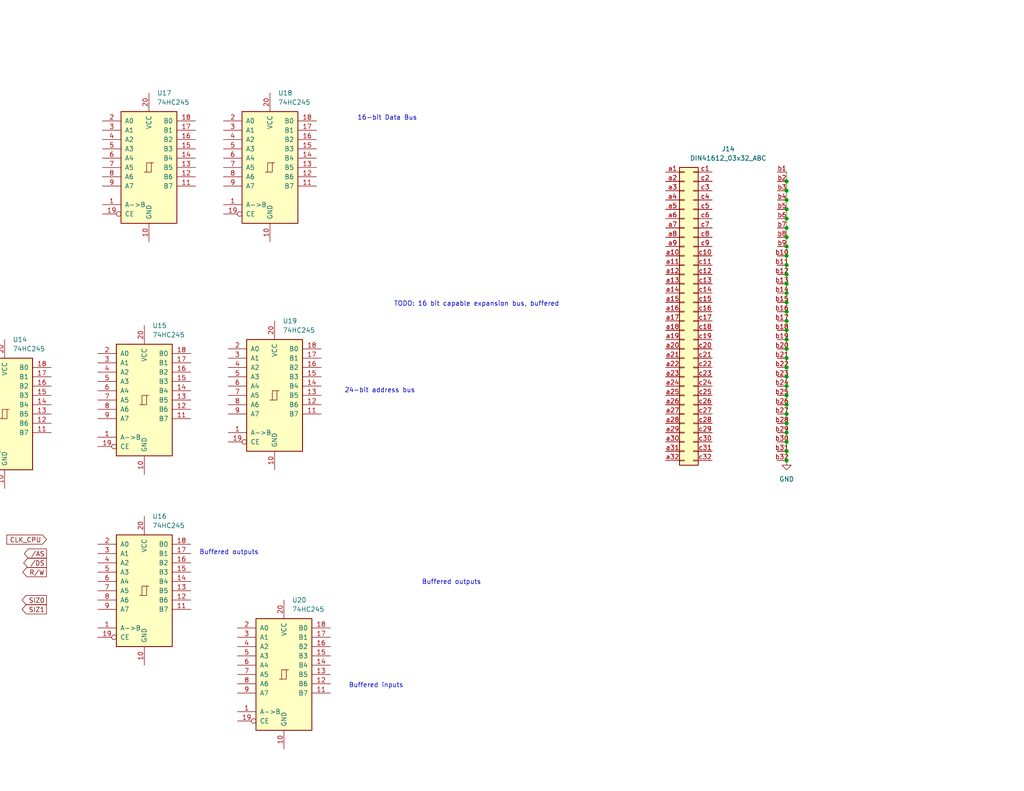
<source format=kicad_sch>
(kicad_sch (version 20231120) (generator "eeschema") (generator_version "8.0")
  (paper "A")
  (title_block (title "Mackerel-30 Proto") (date "2024-10-05") (rev "1.0") (company "Colin Maykish"))
  (lib_symbols
    (symbol "74xx:74HC245" (pin_names (offset 1.016))
      (property "Reference" "U" (at -7.62 16.51 0))
      (property "Value" "74HC245" (at -7.62 -16.51 0))
      (symbol "74HC245_1_0"
        (polyline (pts (xy -0.635 -1.27) (xy -0.635 1.27) (xy 0.635 1.27)))
        (polyline (pts (xy -1.27 -1.27) (xy 0.635 -1.27) (xy 0.635 1.27) (xy 1.27 1.27)))
        (pin input line (at -12.7 -10.16 0) (length 5.08) (name "A->B") (number "1"))
        (pin power_in line (at 0 -20.32 90) (length 5.08) (name "GND") (number "10"))
        (pin tri_state line (at 12.7 -5.08 180) (length 5.08) (name "B7") (number "11"))
        (pin tri_state line (at 12.7 -2.54 180) (length 5.08) (name "B6") (number "12"))
        (pin tri_state line (at 12.7 0 180) (length 5.08) (name "B5") (number "13"))
        (pin tri_state line (at 12.7 2.54 180) (length 5.08) (name "B4") (number "14"))
        (pin tri_state line (at 12.7 5.08 180) (length 5.08) (name "B3") (number "15"))
        (pin tri_state line (at 12.7 7.62 180) (length 5.08) (name "B2") (number "16"))
        (pin tri_state line (at 12.7 10.16 180) (length 5.08) (name "B1") (number "17"))
        (pin tri_state line (at 12.7 12.7 180) (length 5.08) (name "B0") (number "18"))
        (pin input inverted (at -12.7 -12.7 0) (length 5.08) (name "CE") (number "19"))
        (pin tri_state line (at -12.7 12.7 0) (length 5.08) (name "A0") (number "2"))
        (pin power_in line (at 0 20.32 270) (length 5.08) (name "VCC") (number "20"))
        (pin tri_state line (at -12.7 10.16 0) (length 5.08) (name "A1") (number "3"))
        (pin tri_state line (at -12.7 7.62 0) (length 5.08) (name "A2") (number "4"))
        (pin tri_state line (at -12.7 5.08 0) (length 5.08) (name "A3") (number "5"))
        (pin tri_state line (at -12.7 2.54 0) (length 5.08) (name "A4") (number "6"))
        (pin tri_state line (at -12.7 0 0) (length 5.08) (name "A5") (number "7"))
        (pin tri_state line (at -12.7 -2.54 0) (length 5.08) (name "A6") (number "8"))
        (pin tri_state line (at -12.7 -5.08 0) (length 5.08) (name "A7") (number "9"))
      )
      (symbol "74HC245_1_1"
        (rectangle (start -7.62 15.24) (end 7.62 -15.24) (stroke (width 0.254)) (fill (type background)))
      )
    )
    (symbol "mackerel-68k-symbols:DIN41612_03x32_ABC" (pin_names (offset 1.016) hide)
      (property "Reference" "J" (at 1.27 40.64 0))
      (property "Value" "DIN41612_03x32_ABC" (at 1.27 -43.18 0))
      (symbol "DIN41612_03x32_ABC_1_1"
        (rectangle (start -1.27 -40.513) (end 0 -40.767) (stroke (width 0.1524)))
        (rectangle (start -1.27 -37.973) (end 0 -38.227) (stroke (width 0.1524)))
        (rectangle (start -1.27 -35.433) (end 0 -35.687) (stroke (width 0.1524)))
        (rectangle (start -1.27 -32.893) (end 0 -33.147) (stroke (width 0.1524)))
        (rectangle (start -1.27 -30.353) (end 0 -30.607) (stroke (width 0.1524)))
        (rectangle (start -1.27 -27.813) (end 0 -28.067) (stroke (width 0.1524)))
        (rectangle (start -1.27 -25.273) (end 0 -25.527) (stroke (width 0.1524)))
        (rectangle (start -1.27 -22.733) (end 0 -22.987) (stroke (width 0.1524)))
        (rectangle (start -1.27 -20.193) (end 0 -20.447) (stroke (width 0.1524)))
        (rectangle (start -1.27 -17.653) (end 0 -17.907) (stroke (width 0.1524)))
        (rectangle (start -1.27 -15.113) (end 0 -15.367) (stroke (width 0.1524)))
        (rectangle (start -1.27 -12.573) (end 0 -12.827) (stroke (width 0.1524)))
        (rectangle (start -1.27 -10.033) (end 0 -10.287) (stroke (width 0.1524)))
        (rectangle (start -1.27 -7.493) (end 0 -7.747) (stroke (width 0.1524)))
        (rectangle (start -1.27 -4.953) (end 0 -5.207) (stroke (width 0.1524)))
        (rectangle (start -1.27 -2.413) (end 0 -2.667) (stroke (width 0.1524)))
        (rectangle (start -1.27 0.127) (end 0 -0.127) (stroke (width 0.1524)))
        (rectangle (start -1.27 2.667) (end 0 2.413) (stroke (width 0.1524)))
        (rectangle (start -1.27 5.207) (end 0 4.953) (stroke (width 0.1524)))
        (rectangle (start -1.27 7.747) (end 0 7.493) (stroke (width 0.1524)))
        (rectangle (start -1.27 10.287) (end 0 10.033) (stroke (width 0.1524)))
        (rectangle (start -1.27 12.827) (end 0 12.573) (stroke (width 0.1524)))
        (rectangle (start -1.27 15.367) (end 0 15.113) (stroke (width 0.1524)))
        (rectangle (start -1.27 17.907) (end 0 17.653) (stroke (width 0.1524)))
        (rectangle (start -1.27 20.447) (end 0 20.193) (stroke (width 0.1524)))
        (rectangle (start -1.27 22.987) (end 0 22.733) (stroke (width 0.1524)))
        (rectangle (start -1.27 25.527) (end 0 25.273) (stroke (width 0.1524)))
        (rectangle (start -1.27 28.067) (end 0 27.813) (stroke (width 0.1524)))
        (rectangle (start -1.27 30.607) (end 0 30.353) (stroke (width 0.1524)))
        (rectangle (start -1.27 33.147) (end 0 32.893) (stroke (width 0.1524)))
        (rectangle (start -1.27 35.687) (end 0 35.433) (stroke (width 0.1524)))
        (rectangle (start -1.27 38.227) (end 0 37.973) (stroke (width 0.1524)))
        (rectangle (start -1.27 39.37) (end 3.81 -41.91) (stroke (width 0.254)) (fill (type background)))
        (rectangle (start 3.81 -40.513) (end 2.54 -40.767) (stroke (width 0.1524)))
        (rectangle (start 3.81 -37.973) (end 2.54 -38.227) (stroke (width 0.1524)))
        (rectangle (start 3.81 -35.433) (end 2.54 -35.687) (stroke (width 0.1524)))
        (rectangle (start 3.81 -32.893) (end 2.54 -33.147) (stroke (width 0.1524)))
        (rectangle (start 3.81 -30.353) (end 2.54 -30.607) (stroke (width 0.1524)))
        (rectangle (start 3.81 -27.813) (end 2.54 -28.067) (stroke (width 0.1524)))
        (rectangle (start 3.81 -25.273) (end 2.54 -25.527) (stroke (width 0.1524)))
        (rectangle (start 3.81 -22.733) (end 2.54 -22.987) (stroke (width 0.1524)))
        (rectangle (start 3.81 -20.193) (end 2.54 -20.447) (stroke (width 0.1524)))
        (rectangle (start 3.81 -17.653) (end 2.54 -17.907) (stroke (width 0.1524)))
        (rectangle (start 3.81 -15.113) (end 2.54 -15.367) (stroke (width 0.1524)))
        (rectangle (start 3.81 -12.573) (end 2.54 -12.827) (stroke (width 0.1524)))
        (rectangle (start 3.81 -10.033) (end 2.54 -10.287) (stroke (width 0.1524)))
        (rectangle (start 3.81 -7.493) (end 2.54 -7.747) (stroke (width 0.1524)))
        (rectangle (start 3.81 -4.953) (end 2.54 -5.207) (stroke (width 0.1524)))
        (rectangle (start 3.81 -2.413) (end 2.54 -2.667) (stroke (width 0.1524)))
        (rectangle (start 3.81 0.127) (end 2.54 -0.127) (stroke (width 0.1524)))
        (rectangle (start 3.81 2.667) (end 2.54 2.413) (stroke (width 0.1524)))
        (rectangle (start 3.81 5.207) (end 2.54 4.953) (stroke (width 0.1524)))
        (rectangle (start 3.81 7.747) (end 2.54 7.493) (stroke (width 0.1524)))
        (rectangle (start 3.81 10.287) (end 2.54 10.033) (stroke (width 0.1524)))
        (rectangle (start 3.81 12.827) (end 2.54 12.573) (stroke (width 0.1524)))
        (rectangle (start 3.81 15.367) (end 2.54 15.113) (stroke (width 0.1524)))
        (rectangle (start 3.81 17.907) (end 2.54 17.653) (stroke (width 0.1524)))
        (rectangle (start 3.81 20.447) (end 2.54 20.193) (stroke (width 0.1524)))
        (rectangle (start 3.81 22.987) (end 2.54 22.733) (stroke (width 0.1524)))
        (rectangle (start 3.81 25.527) (end 2.54 25.273) (stroke (width 0.1524)))
        (rectangle (start 3.81 28.067) (end 2.54 27.813) (stroke (width 0.1524)))
        (rectangle (start 3.81 30.607) (end 2.54 30.353) (stroke (width 0.1524)))
        (rectangle (start 3.81 33.147) (end 2.54 32.893) (stroke (width 0.1524)))
        (rectangle (start 3.81 35.687) (end 2.54 35.433) (stroke (width 0.1524)))
        (rectangle (start 3.81 38.227) (end 2.54 37.973) (stroke (width 0.1524)))
        (pin passive line (at -5.08 38.1 0) (length 3.81) (name "Pin_a1") (number "a1"))
        (pin passive line (at -5.08 15.24 0) (length 3.81) (name "Pin_a10") (number "a10"))
        (pin passive line (at -5.08 12.7 0) (length 3.81) (name "Pin_a11") (number "a11"))
        (pin passive line (at -5.08 10.16 0) (length 3.81) (name "Pin_a12") (number "a12"))
        (pin passive line (at -5.08 7.62 0) (length 3.81) (name "Pin_a13") (number "a13"))
        (pin passive line (at -5.08 5.08 0) (length 3.81) (name "Pin_a14") (number "a14"))
        (pin passive line (at -5.08 2.54 0) (length 3.81) (name "Pin_a15") (number "a15"))
        (pin passive line (at -5.08 0 0) (length 3.81) (name "Pin_a16") (number "a16"))
        (pin passive line (at -5.08 -2.54 0) (length 3.81) (name "Pin_a17") (number "a17"))
        (pin passive line (at -5.08 -5.08 0) (length 3.81) (name "Pin_a18") (number "a18"))
        (pin passive line (at -5.08 -7.62 0) (length 3.81) (name "Pin_a19") (number "a19"))
        (pin passive line (at -5.08 35.56 0) (length 3.81) (name "Pin_a2") (number "a2"))
        (pin passive line (at -5.08 -10.16 0) (length 3.81) (name "Pin_a20") (number "a20"))
        (pin passive line (at -5.08 -12.7 0) (length 3.81) (name "Pin_a21") (number "a21"))
        (pin passive line (at -5.08 -15.24 0) (length 3.81) (name "Pin_a22") (number "a22"))
        (pin passive line (at -5.08 -17.78 0) (length 3.81) (name "Pin_a23") (number "a23"))
        (pin passive line (at -5.08 -20.32 0) (length 3.81) (name "Pin_a24") (number "a24"))
        (pin passive line (at -5.08 -22.86 0) (length 3.81) (name "Pin_a25") (number "a25"))
        (pin passive line (at -5.08 -25.4 0) (length 3.81) (name "Pin_a26") (number "a26"))
        (pin passive line (at -5.08 -27.94 0) (length 3.81) (name "Pin_a27") (number "a27"))
        (pin passive line (at -5.08 -30.48 0) (length 3.81) (name "Pin_a28") (number "a28"))
        (pin passive line (at -5.08 -33.02 0) (length 3.81) (name "Pin_a29") (number "a29"))
        (pin passive line (at -5.08 33.02 0) (length 3.81) (name "Pin_a3") (number "a3"))
        (pin passive line (at -5.08 -35.56 0) (length 3.81) (name "Pin_a30") (number "a30"))
        (pin passive line (at -5.08 -38.1 0) (length 3.81) (name "Pin_a31") (number "a31"))
        (pin passive line (at -5.08 -40.64 0) (length 3.81) (name "Pin_a32") (number "a32"))
        (pin passive line (at -5.08 30.48 0) (length 3.81) (name "Pin_a4") (number "a4"))
        (pin passive line (at -5.08 27.94 0) (length 3.81) (name "Pin_a5") (number "a5"))
        (pin passive line (at -5.08 25.4 0) (length 3.81) (name "Pin_a6") (number "a6"))
        (pin passive line (at -5.08 22.86 0) (length 3.81) (name "Pin_a7") (number "a7"))
        (pin passive line (at -5.08 20.32 0) (length 3.81) (name "Pin_a8") (number "a8"))
        (pin passive line (at -5.08 17.78 0) (length 3.81) (name "Pin_a9") (number "a9"))
        (pin passive line (at 27.94 38.1 180) (length 2.54) (name "Pin_b1") (number "b1"))
        (pin passive line (at 27.94 15.24 180) (length 2.54) (name "Pin_b10") (number "b10"))
        (pin passive line (at 27.94 12.7 180) (length 2.54) (name "Pin_b11") (number "b11"))
        (pin passive line (at 27.94 10.16 180) (length 2.54) (name "Pin_b12") (number "b12"))
        (pin passive line (at 27.94 7.62 180) (length 2.54) (name "Pin_b13") (number "b13"))
        (pin passive line (at 27.94 5.08 180) (length 2.54) (name "Pin_b14") (number "b14"))
        (pin passive line (at 27.94 2.54 180) (length 2.54) (name "Pin_b15") (number "b15"))
        (pin passive line (at 27.94 0 180) (length 2.54) (name "Pin_b16") (number "b16"))
        (pin passive line (at 27.94 -2.54 180) (length 2.54) (name "Pin_b17") (number "b17"))
        (pin passive line (at 27.94 -5.08 180) (length 2.54) (name "Pin_b18") (number "b18"))
        (pin passive line (at 27.94 -7.62 180) (length 2.54) (name "Pin_b19") (number "b19"))
        (pin passive line (at 27.94 35.56 180) (length 2.54) (name "Pin_b2") (number "b2"))
        (pin passive line (at 27.94 -10.16 180) (length 2.54) (name "Pin_b20") (number "b20"))
        (pin passive line (at 27.94 -12.7 180) (length 2.54) (name "Pin_b21") (number "b21"))
        (pin passive line (at 27.94 -15.24 180) (length 2.54) (name "Pin_b22") (number "b22"))
        (pin passive line (at 27.94 -17.78 180) (length 2.54) (name "Pin_b23") (number "b23"))
        (pin passive line (at 27.94 -20.32 180) (length 2.54) (name "Pin_b24") (number "b24"))
        (pin passive line (at 27.94 -22.86 180) (length 2.54) (name "Pin_b25") (number "b25"))
        (pin passive line (at 27.94 -25.4 180) (length 2.54) (name "Pin_b26") (number "b26"))
        (pin passive line (at 27.94 -27.94 180) (length 2.54) (name "Pin_b27") (number "b27"))
        (pin passive line (at 27.94 -30.48 180) (length 2.54) (name "Pin_b28") (number "b28"))
        (pin passive line (at 27.94 -33.02 180) (length 2.54) (name "Pin_b29") (number "b29"))
        (pin passive line (at 27.94 33.02 180) (length 2.54) (name "Pin_b3") (number "b3"))
        (pin passive line (at 27.94 -35.56 180) (length 2.54) (name "Pin_b30") (number "b30"))
        (pin passive line (at 27.94 -38.1 180) (length 2.54) (name "Pin_b31") (number "b31"))
        (pin passive line (at 27.94 -40.64 180) (length 2.54) (name "Pin_b32") (number "b32"))
        (pin passive line (at 27.94 30.48 180) (length 2.54) (name "Pin_b4") (number "b4"))
        (pin passive line (at 27.94 27.94 180) (length 2.54) (name "Pin_b5") (number "b5"))
        (pin passive line (at 27.94 25.4 180) (length 2.54) (name "Pin_b6") (number "b6"))
        (pin passive line (at 27.94 22.86 180) (length 2.54) (name "Pin_b7") (number "b7"))
        (pin passive line (at 27.94 20.32 180) (length 2.54) (name "Pin_b8") (number "b8"))
        (pin passive line (at 27.94 17.78 180) (length 2.54) (name "Pin_b9") (number "b9"))
        (pin passive line (at 7.62 38.1 180) (length 3.81) (name "Pin_c1") (number "c1"))
        (pin passive line (at 7.62 15.24 180) (length 3.81) (name "Pin_c10") (number "c10"))
        (pin passive line (at 7.62 12.7 180) (length 3.81) (name "Pin_c11") (number "c11"))
        (pin passive line (at 7.62 10.16 180) (length 3.81) (name "Pin_c12") (number "c12"))
        (pin passive line (at 7.62 7.62 180) (length 3.81) (name "Pin_c13") (number "c13"))
        (pin passive line (at 7.62 5.08 180) (length 3.81) (name "Pin_c14") (number "c14"))
        (pin passive line (at 7.62 2.54 180) (length 3.81) (name "Pin_c15") (number "c15"))
        (pin passive line (at 7.62 0 180) (length 3.81) (name "Pin_c16") (number "c16"))
        (pin passive line (at 7.62 -2.54 180) (length 3.81) (name "Pin_c17") (number "c17"))
        (pin passive line (at 7.62 -5.08 180) (length 3.81) (name "Pin_c18") (number "c18"))
        (pin passive line (at 7.62 -7.62 180) (length 3.81) (name "Pin_c19") (number "c19"))
        (pin passive line (at 7.62 35.56 180) (length 3.81) (name "Pin_c2") (number "c2"))
        (pin passive line (at 7.62 -10.16 180) (length 3.81) (name "Pin_c20") (number "c20"))
        (pin passive line (at 7.62 -12.7 180) (length 3.81) (name "Pin_c21") (number "c21"))
        (pin passive line (at 7.62 -15.24 180) (length 3.81) (name "Pin_c22") (number "c22"))
        (pin passive line (at 7.62 -17.78 180) (length 3.81) (name "Pin_c23") (number "c23"))
        (pin passive line (at 7.62 -20.32 180) (length 3.81) (name "Pin_c24") (number "c24"))
        (pin passive line (at 7.62 -22.86 180) (length 3.81) (name "Pin_c25") (number "c25"))
        (pin passive line (at 7.62 -25.4 180) (length 3.81) (name "Pin_c26") (number "c26"))
        (pin passive line (at 7.62 -27.94 180) (length 3.81) (name "Pin_c27") (number "c27"))
        (pin passive line (at 7.62 -30.48 180) (length 3.81) (name "Pin_c28") (number "c28"))
        (pin passive line (at 7.62 -33.02 180) (length 3.81) (name "Pin_c29") (number "c29"))
        (pin passive line (at 7.62 33.02 180) (length 3.81) (name "Pin_c3") (number "c3"))
        (pin passive line (at 7.62 -35.56 180) (length 3.81) (name "Pin_c30") (number "c30"))
        (pin passive line (at 7.62 -38.1 180) (length 3.81) (name "Pin_c31") (number "c31"))
        (pin passive line (at 7.62 -40.64 180) (length 3.81) (name "Pin_c32") (number "c32"))
        (pin passive line (at 7.62 30.48 180) (length 3.81) (name "Pin_c4") (number "c4"))
        (pin passive line (at 7.62 27.94 180) (length 3.81) (name "Pin_c5") (number "c5"))
        (pin passive line (at 7.62 25.4 180) (length 3.81) (name "Pin_c6") (number "c6"))
        (pin passive line (at 7.62 22.86 180) (length 3.81) (name "Pin_c7") (number "c7"))
        (pin passive line (at 7.62 20.32 180) (length 3.81) (name "Pin_c8") (number "c8"))
        (pin passive line (at 7.62 17.78 180) (length 3.81) (name "Pin_c9") (number "c9"))
      )
    )
    (symbol "power:GND" (power) (pin_numbers hide) (pin_names (offset 0) hide)
      (property "Value" "GND" (at 0 -3.81 0))
      (symbol "GND_0_1"
        (polyline (pts (xy 0 0) (xy 0 -1.27) (xy 1.27 -1.27) (xy 0 -2.54) (xy -1.27 -1.27) (xy 0 -1.27)))
      )
      (symbol "GND_1_1"
        (pin power_in line (at 0 0 270) (length 0) (name "~") (number "1"))
      )
    )
  )
  (junction (at 214.63 107.95))
  (junction (at 214.63 125.73))
  (junction (at 214.63 49.53))
  (junction (at 214.63 74.93))
  (junction (at 214.63 62.23))
  (junction (at 214.63 113.03))
  (junction (at 214.63 120.65))
  (junction (at 214.63 95.25))
  (junction (at 214.63 123.19))
  (junction (at 214.63 85.09))
  (junction (at 214.63 54.61))
  (junction (at 214.63 115.57))
  (junction (at 214.63 72.39))
  (junction (at 214.63 57.15))
  (junction (at 214.63 80.01))
  (junction (at 214.63 110.49))
  (junction (at 214.63 118.11))
  (junction (at 214.63 97.79))
  (junction (at 214.63 87.63))
  (junction (at 214.63 105.41))
  (junction (at 214.63 69.85))
  (junction (at 214.63 67.31))
  (junction (at 214.63 102.87))
  (junction (at 214.63 59.69))
  (junction (at 214.63 82.55))
  (junction (at 214.63 64.77))
  (junction (at 214.63 77.47))
  (junction (at 214.63 90.17))
  (junction (at 214.63 100.33))
  (junction (at 214.63 52.07))
  (junction (at 214.63 92.71))
  (wire (pts (xy 214.63 80.01) (xy 214.63 82.55)))
  (wire (pts (xy 214.63 102.87) (xy 214.63 105.41)))
  (wire (pts (xy 214.63 49.53) (xy 214.63 52.07)))
  (wire (pts (xy 214.63 69.85) (xy 214.63 72.39)))
  (wire (pts (xy 214.63 105.41) (xy 214.63 107.95)))
  (wire (pts (xy 214.63 97.79) (xy 214.63 100.33)))
  (wire (pts (xy 214.63 123.19) (xy 214.63 125.73)))
  (wire (pts (xy 214.63 59.69) (xy 214.63 62.23)))
  (wire (pts (xy 214.63 57.15) (xy 214.63 59.69)))
  (wire (pts (xy 214.63 62.23) (xy 214.63 64.77)))
  (wire (pts (xy 214.63 87.63) (xy 214.63 90.17)))
  (wire (pts (xy 214.63 72.39) (xy 214.63 74.93)))
  (wire (pts (xy 214.63 100.33) (xy 214.63 102.87)))
  (wire (pts (xy 214.63 74.93) (xy 214.63 77.47)))
  (wire (pts (xy 214.63 54.61) (xy 214.63 57.15)))
  (wire (pts (xy 214.63 120.65) (xy 214.63 123.19)))
  (wire (pts (xy 214.63 92.71) (xy 214.63 95.25)))
  (wire (pts (xy 214.63 82.55) (xy 214.63 85.09)))
  (wire (pts (xy 214.63 110.49) (xy 214.63 113.03)))
  (wire (pts (xy 214.63 52.07) (xy 214.63 54.61)))
  (wire (pts (xy 214.63 95.25) (xy 214.63 97.79)))
  (wire (pts (xy 214.63 90.17) (xy 214.63 92.71)))
  (wire (pts (xy 214.63 115.57) (xy 214.63 118.11)))
  (wire (pts (xy 214.63 77.47) (xy 214.63 80.01)))
  (wire (pts (xy 214.63 118.11) (xy 214.63 120.65)))
  (wire (pts (xy 214.63 67.31) (xy 214.63 69.85)))
  (wire (pts (xy 214.63 113.03) (xy 214.63 115.57)))
  (wire (pts (xy 214.63 107.95) (xy 214.63 110.49)))
  (wire (pts (xy 214.63 85.09) (xy 214.63 87.63)))
  (wire (pts (xy 214.63 64.77) (xy 214.63 67.31)))
  (wire (pts (xy 214.63 46.99) (xy 214.63 49.53)))
  (text "16-bit Data Bus" (at 105.664 32.258 0) (effects (font (size 1.27 1.27))))
  (text "Buffered inputs" (at 102.616 187.198 0) (effects (font (size 1.27 1.27))))
  (text "Buffered outputs" (at 62.484 150.876 0) (effects (font (size 1.27 1.27))))
  (text "Buffered outputs" (at 123.19 159.004 0) (effects (font (size 1.27 1.27))))
  (text "TODO: 16 bit capable expansion bus, buffered" (at 130.048 83.058 0) (effects (font (size 1.27 1.27))))
  (text "24-bit address bus" (at 103.632 106.68 0) (effects (font (size 1.27 1.27))))
  (global_label "{slash}DS" (shape output) (at 12.7 153.67 180) (property "Intersheetrefs" "${INTERSHEET_REFS}" (effects (hide yes))))
  (global_label "CLK_CPU" (shape input) (at 12.7 147.32 180) (property "Intersheetrefs" "${INTERSHEET_REFS}" (effects (hide yes))))
  (global_label "SIZ1" (shape output) (at 12.7 166.37 180) (property "Intersheetrefs" "${INTERSHEET_REFS}" (effects (hide yes))))
  (global_label "R{slash}W" (shape output) (at 12.7 156.21 180) (property "Intersheetrefs" "${INTERSHEET_REFS}" (effects (hide yes))))
  (global_label "{slash}AS" (shape output) (at 12.7 151.13 180) (property "Intersheetrefs" "${INTERSHEET_REFS}" (effects (hide yes))))
  (global_label "SIZ0" (shape output) (at 12.7 163.83 180) (property "Intersheetrefs" "${INTERSHEET_REFS}" (effects (hide yes))))
  (symbol (lib_id "74xx:74HC245") (at 39.37 161.29 0) (unit 1)
    (property "Reference" "U16" (at 41.5641 140.97 0) (effects (justify left)))
    (property "Value" "74HC245" (at 41.5641 143.51 0) (effects (justify left)))
    (property "Footprint" "Package_DIP:DIP-20_W7.62mm_Socket" (effects (hide yes)))
    (property "Datasheet" "http://www.ti.com/lit/gpn/sn74HC245" (effects (hide yes)))
    (property "Description" "Octal BUS Transceivers, 3-State outputs" (effects (hide yes)))
  )
  (symbol (lib_id "74xx:74HC245") (at 40.64 45.72 0) (unit 1)
    (property "Reference" "U17" (at 42.8341 25.4 0) (effects (justify left)))
    (property "Value" "74HC245" (at 42.8341 27.94 0) (effects (justify left)))
    (property "Footprint" "Package_DIP:DIP-20_W7.62mm_Socket" (effects (hide yes)))
    (property "Datasheet" "http://www.ti.com/lit/gpn/sn74HC245" (effects (hide yes)))
    (property "Description" "Octal BUS Transceivers, 3-State outputs" (effects (hide yes)))
  )
  (symbol (lib_id "74xx:74HC245") (at 77.47 184.15 0) (unit 1)
    (property "Reference" "U20" (at 79.6641 163.83 0) (effects (justify left)))
    (property "Value" "74HC245" (at 79.6641 166.37 0) (effects (justify left)))
    (property "Footprint" "Package_DIP:DIP-20_W7.62mm_Socket" (effects (hide yes)))
    (property "Datasheet" "http://www.ti.com/lit/gpn/sn74HC245" (effects (hide yes)))
    (property "Description" "Octal BUS Transceivers, 3-State outputs" (effects (hide yes)))
  )
  (symbol (lib_id "power:GND") (at 214.63 125.73 0) (unit 1)
    (property "Reference" "#PWR088" (effects (hide yes)))
    (property "Value" "GND" (at 214.63 130.81 0))
    (property "Description" "Power symbol creates a global label with name \"GND\" , ground" (effects (hide yes)))
  )
  (symbol (lib_id "74xx:74HC245") (at 39.37 109.22 0) (unit 1)
    (property "Reference" "U15" (at 41.5641 88.9 0) (effects (justify left)))
    (property "Value" "74HC245" (at 41.5641 91.44 0) (effects (justify left)))
    (property "Footprint" "Package_DIP:DIP-20_W7.62mm_Socket" (effects (hide yes)))
    (property "Datasheet" "http://www.ti.com/lit/gpn/sn74HC245" (effects (hide yes)))
    (property "Description" "Octal BUS Transceivers, 3-State outputs" (effects (hide yes)))
  )
  (symbol (lib_id "74xx:74HC245") (at 73.66 45.72 0) (unit 1)
    (property "Reference" "U18" (at 75.8541 25.4 0) (effects (justify left)))
    (property "Value" "74HC245" (at 75.8541 27.94 0) (effects (justify left)))
    (property "Footprint" "Package_DIP:DIP-20_W7.62mm_Socket" (effects (hide yes)))
    (property "Datasheet" "http://www.ti.com/lit/gpn/sn74HC245" (effects (hide yes)))
    (property "Description" "Octal BUS Transceivers, 3-State outputs" (effects (hide yes)))
  )
  (symbol (lib_id "74xx:74HC245") (at 74.93 107.95 0) (unit 1)
    (property "Reference" "U19" (at 77.1241 87.63 0) (effects (justify left)))
    (property "Value" "74HC245" (at 77.1241 90.17 0) (effects (justify left)))
    (property "Footprint" "Package_DIP:DIP-20_W7.62mm_Socket" (effects (hide yes)))
    (property "Datasheet" "http://www.ti.com/lit/gpn/sn74HC245" (effects (hide yes)))
    (property "Description" "Octal BUS Transceivers, 3-State outputs" (effects (hide yes)))
  )
  (symbol (lib_id "mackerel-68k-symbols:DIN41612_03x32_ABC") (at 186.69 85.09 0) (unit 1)
    (property "Reference" "J14" (at 198.6915 40.64 0))
    (property "Value" "DIN41612_03x32_ABC" (at 198.6915 43.18 0))
    (property "Footprint" "Connector_DIN:DIN41612_C_3x32_Female_Vertical_THT" (effects (hide yes)))
    (property "Description" "DIN41612 connector, double row (AC), 02x32, script generated (kicad-library-utils/schlib/autogen/connector/)" (effects (hide yes)))
  )
  (symbol (lib_id "74xx:74HC245") (at 1.27 113.03 0) (unit 1)
    (property "Reference" "U14" (at 3.4641 92.71 0) (effects (justify left)))
    (property "Value" "74HC245" (at 3.4641 95.25 0) (effects (justify left)))
    (property "Footprint" "Package_DIP:DIP-20_W7.62mm_Socket" (effects (hide yes)))
    (property "Datasheet" "http://www.ti.com/lit/gpn/sn74HC245" (effects (hide yes)))
    (property "Description" "Octal BUS Transceivers, 3-State outputs" (effects (hide yes)))
  )
)
</source>
